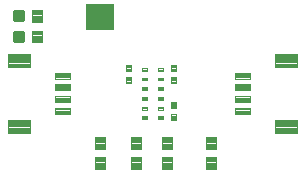
<source format=gtp>
G04 EAGLE Gerber RS-274X export*
G75*
%MOMM*%
%FSLAX34Y34*%
%LPD*%
%INSolderpaste Top*%
%IPPOS*%
%AMOC8*
5,1,8,0,0,1.08239X$1,22.5*%
G01*
%ADD10C,0.096000*%
%ADD11C,0.102000*%
%ADD12C,0.100000*%
%ADD13C,0.300000*%
%ADD14C,0.101500*%
%ADD15R,2.489200X2.235200*%


D10*
X249470Y104520D02*
X249470Y93480D01*
X230430Y93480D01*
X230430Y104520D01*
X249470Y104520D01*
X249470Y94392D02*
X230430Y94392D01*
X230430Y95304D02*
X249470Y95304D01*
X249470Y96216D02*
X230430Y96216D01*
X230430Y97128D02*
X249470Y97128D01*
X249470Y98040D02*
X230430Y98040D01*
X230430Y98952D02*
X249470Y98952D01*
X249470Y99864D02*
X230430Y99864D01*
X230430Y100776D02*
X249470Y100776D01*
X249470Y101688D02*
X230430Y101688D01*
X230430Y102600D02*
X249470Y102600D01*
X249470Y103512D02*
X230430Y103512D01*
X230430Y104424D02*
X249470Y104424D01*
X249470Y149480D02*
X249470Y160520D01*
X249470Y149480D02*
X230430Y149480D01*
X230430Y160520D01*
X249470Y160520D01*
X249470Y150392D02*
X230430Y150392D01*
X230430Y151304D02*
X249470Y151304D01*
X249470Y152216D02*
X230430Y152216D01*
X230430Y153128D02*
X249470Y153128D01*
X249470Y154040D02*
X230430Y154040D01*
X230430Y154952D02*
X249470Y154952D01*
X249470Y155864D02*
X230430Y155864D01*
X230430Y156776D02*
X249470Y156776D01*
X249470Y157688D02*
X230430Y157688D01*
X230430Y158600D02*
X249470Y158600D01*
X249470Y159512D02*
X230430Y159512D01*
X230430Y160424D02*
X249470Y160424D01*
D11*
X209440Y114490D02*
X209440Y109510D01*
X196960Y109510D01*
X196960Y114490D01*
X209440Y114490D01*
X209440Y110479D02*
X196960Y110479D01*
X196960Y111448D02*
X209440Y111448D01*
X209440Y112417D02*
X196960Y112417D01*
X196960Y113386D02*
X209440Y113386D01*
X209440Y114355D02*
X196960Y114355D01*
X209440Y119510D02*
X209440Y124490D01*
X209440Y119510D02*
X196960Y119510D01*
X196960Y124490D01*
X209440Y124490D01*
X209440Y120479D02*
X196960Y120479D01*
X196960Y121448D02*
X209440Y121448D01*
X209440Y122417D02*
X196960Y122417D01*
X196960Y123386D02*
X209440Y123386D01*
X209440Y124355D02*
X196960Y124355D01*
X209440Y129510D02*
X209440Y134490D01*
X209440Y129510D02*
X196960Y129510D01*
X196960Y134490D01*
X209440Y134490D01*
X209440Y130479D02*
X196960Y130479D01*
X196960Y131448D02*
X209440Y131448D01*
X209440Y132417D02*
X196960Y132417D01*
X196960Y133386D02*
X209440Y133386D01*
X209440Y134355D02*
X196960Y134355D01*
X209440Y139510D02*
X209440Y144490D01*
X209440Y139510D02*
X196960Y139510D01*
X196960Y144490D01*
X209440Y144490D01*
X209440Y140479D02*
X196960Y140479D01*
X196960Y141448D02*
X209440Y141448D01*
X209440Y142417D02*
X196960Y142417D01*
X196960Y143386D02*
X209440Y143386D01*
X209440Y144355D02*
X196960Y144355D01*
D10*
X4530Y149480D02*
X4530Y160520D01*
X23570Y160520D01*
X23570Y149480D01*
X4530Y149480D01*
X4530Y150392D02*
X23570Y150392D01*
X23570Y151304D02*
X4530Y151304D01*
X4530Y152216D02*
X23570Y152216D01*
X23570Y153128D02*
X4530Y153128D01*
X4530Y154040D02*
X23570Y154040D01*
X23570Y154952D02*
X4530Y154952D01*
X4530Y155864D02*
X23570Y155864D01*
X23570Y156776D02*
X4530Y156776D01*
X4530Y157688D02*
X23570Y157688D01*
X23570Y158600D02*
X4530Y158600D01*
X4530Y159512D02*
X23570Y159512D01*
X23570Y160424D02*
X4530Y160424D01*
X4530Y104520D02*
X4530Y93480D01*
X4530Y104520D02*
X23570Y104520D01*
X23570Y93480D01*
X4530Y93480D01*
X4530Y94392D02*
X23570Y94392D01*
X23570Y95304D02*
X4530Y95304D01*
X4530Y96216D02*
X23570Y96216D01*
X23570Y97128D02*
X4530Y97128D01*
X4530Y98040D02*
X23570Y98040D01*
X23570Y98952D02*
X4530Y98952D01*
X4530Y99864D02*
X23570Y99864D01*
X23570Y100776D02*
X4530Y100776D01*
X4530Y101688D02*
X23570Y101688D01*
X23570Y102600D02*
X4530Y102600D01*
X4530Y103512D02*
X23570Y103512D01*
X23570Y104424D02*
X4530Y104424D01*
D11*
X44560Y139510D02*
X44560Y144490D01*
X57040Y144490D01*
X57040Y139510D01*
X44560Y139510D01*
X44560Y140479D02*
X57040Y140479D01*
X57040Y141448D02*
X44560Y141448D01*
X44560Y142417D02*
X57040Y142417D01*
X57040Y143386D02*
X44560Y143386D01*
X44560Y144355D02*
X57040Y144355D01*
X44560Y134490D02*
X44560Y129510D01*
X44560Y134490D02*
X57040Y134490D01*
X57040Y129510D01*
X44560Y129510D01*
X44560Y130479D02*
X57040Y130479D01*
X57040Y131448D02*
X44560Y131448D01*
X44560Y132417D02*
X57040Y132417D01*
X57040Y133386D02*
X44560Y133386D01*
X44560Y134355D02*
X57040Y134355D01*
X44560Y124490D02*
X44560Y119510D01*
X44560Y124490D02*
X57040Y124490D01*
X57040Y119510D01*
X44560Y119510D01*
X44560Y120479D02*
X57040Y120479D01*
X57040Y121448D02*
X44560Y121448D01*
X44560Y122417D02*
X57040Y122417D01*
X57040Y123386D02*
X44560Y123386D01*
X44560Y124355D02*
X57040Y124355D01*
X44560Y114490D02*
X44560Y109510D01*
X44560Y114490D02*
X57040Y114490D01*
X57040Y109510D01*
X44560Y109510D01*
X44560Y110479D02*
X57040Y110479D01*
X57040Y111448D02*
X44560Y111448D01*
X44560Y112417D02*
X57040Y112417D01*
X57040Y113386D02*
X44560Y113386D01*
X44560Y114355D02*
X57040Y114355D01*
D12*
X117530Y72700D02*
X117530Y62700D01*
X108530Y62700D01*
X108530Y72700D01*
X117530Y72700D01*
X117530Y63650D02*
X108530Y63650D01*
X108530Y64600D02*
X117530Y64600D01*
X117530Y65550D02*
X108530Y65550D01*
X108530Y66500D02*
X117530Y66500D01*
X117530Y67450D02*
X108530Y67450D01*
X108530Y68400D02*
X117530Y68400D01*
X117530Y69350D02*
X108530Y69350D01*
X108530Y70300D02*
X117530Y70300D01*
X117530Y71250D02*
X108530Y71250D01*
X108530Y72200D02*
X117530Y72200D01*
X117530Y79700D02*
X117530Y89700D01*
X117530Y79700D02*
X108530Y79700D01*
X108530Y89700D01*
X117530Y89700D01*
X117530Y80650D02*
X108530Y80650D01*
X108530Y81600D02*
X117530Y81600D01*
X117530Y82550D02*
X108530Y82550D01*
X108530Y83500D02*
X117530Y83500D01*
X117530Y84450D02*
X108530Y84450D01*
X108530Y85400D02*
X117530Y85400D01*
X117530Y86350D02*
X108530Y86350D01*
X108530Y87300D02*
X117530Y87300D01*
X117530Y88250D02*
X108530Y88250D01*
X108530Y89200D02*
X117530Y89200D01*
X143692Y72700D02*
X143692Y62700D01*
X134692Y62700D01*
X134692Y72700D01*
X143692Y72700D01*
X143692Y63650D02*
X134692Y63650D01*
X134692Y64600D02*
X143692Y64600D01*
X143692Y65550D02*
X134692Y65550D01*
X134692Y66500D02*
X143692Y66500D01*
X143692Y67450D02*
X134692Y67450D01*
X134692Y68400D02*
X143692Y68400D01*
X143692Y69350D02*
X134692Y69350D01*
X134692Y70300D02*
X143692Y70300D01*
X143692Y71250D02*
X134692Y71250D01*
X134692Y72200D02*
X143692Y72200D01*
X143692Y79700D02*
X143692Y89700D01*
X143692Y79700D02*
X134692Y79700D01*
X134692Y89700D01*
X143692Y89700D01*
X143692Y80650D02*
X134692Y80650D01*
X134692Y81600D02*
X143692Y81600D01*
X143692Y82550D02*
X134692Y82550D01*
X134692Y83500D02*
X143692Y83500D01*
X143692Y84450D02*
X134692Y84450D01*
X134692Y85400D02*
X143692Y85400D01*
X143692Y86350D02*
X134692Y86350D01*
X134692Y87300D02*
X143692Y87300D01*
X143692Y88250D02*
X134692Y88250D01*
X134692Y89200D02*
X143692Y89200D01*
X24710Y187142D02*
X24710Y197142D01*
X33710Y197142D01*
X33710Y187142D01*
X24710Y187142D01*
X24710Y188092D02*
X33710Y188092D01*
X33710Y189042D02*
X24710Y189042D01*
X24710Y189992D02*
X33710Y189992D01*
X33710Y190942D02*
X24710Y190942D01*
X24710Y191892D02*
X33710Y191892D01*
X33710Y192842D02*
X24710Y192842D01*
X24710Y193792D02*
X33710Y193792D01*
X33710Y194742D02*
X24710Y194742D01*
X24710Y195692D02*
X33710Y195692D01*
X33710Y196642D02*
X24710Y196642D01*
X24710Y180142D02*
X24710Y170142D01*
X24710Y180142D02*
X33710Y180142D01*
X33710Y170142D01*
X24710Y170142D01*
X24710Y171092D02*
X33710Y171092D01*
X33710Y172042D02*
X24710Y172042D01*
X24710Y172992D02*
X33710Y172992D01*
X33710Y173942D02*
X24710Y173942D01*
X24710Y174892D02*
X33710Y174892D01*
X33710Y175842D02*
X24710Y175842D01*
X24710Y176792D02*
X33710Y176792D01*
X33710Y177742D02*
X24710Y177742D01*
X24710Y178692D02*
X33710Y178692D01*
X33710Y179642D02*
X24710Y179642D01*
D13*
X17724Y178372D02*
X10724Y178372D01*
X17724Y178372D02*
X17724Y171372D01*
X10724Y171372D01*
X10724Y178372D01*
X10724Y174222D02*
X17724Y174222D01*
X17724Y177072D02*
X10724Y177072D01*
X10724Y195912D02*
X17724Y195912D01*
X17724Y188912D01*
X10724Y188912D01*
X10724Y195912D01*
X10724Y191762D02*
X17724Y191762D01*
X17724Y194612D02*
X10724Y194612D01*
D14*
X118149Y146077D02*
X122135Y146077D01*
X118149Y146077D02*
X118149Y148563D01*
X122135Y148563D01*
X122135Y146077D01*
X122135Y147041D02*
X118149Y147041D01*
X118149Y148005D02*
X122135Y148005D01*
X122135Y137877D02*
X118149Y137877D01*
X118149Y140363D01*
X122135Y140363D01*
X122135Y137877D01*
X122135Y138841D02*
X118149Y138841D01*
X118149Y139805D02*
X122135Y139805D01*
X122135Y129677D02*
X118149Y129677D01*
X118149Y132163D01*
X122135Y132163D01*
X122135Y129677D01*
X122135Y130641D02*
X118149Y130641D01*
X118149Y131605D02*
X122135Y131605D01*
X122135Y121477D02*
X118149Y121477D01*
X118149Y123963D01*
X122135Y123963D01*
X122135Y121477D01*
X122135Y122441D02*
X118149Y122441D01*
X118149Y123405D02*
X122135Y123405D01*
X122135Y113277D02*
X118149Y113277D01*
X118149Y115763D01*
X122135Y115763D01*
X122135Y113277D01*
X122135Y114241D02*
X118149Y114241D01*
X118149Y115205D02*
X122135Y115205D01*
X122135Y105077D02*
X118149Y105077D01*
X118149Y107563D01*
X122135Y107563D01*
X122135Y105077D01*
X122135Y106041D02*
X118149Y106041D01*
X118149Y107005D02*
X122135Y107005D01*
X131649Y105077D02*
X135635Y105077D01*
X131649Y105077D02*
X131649Y107563D01*
X135635Y107563D01*
X135635Y105077D01*
X135635Y106041D02*
X131649Y106041D01*
X131649Y107005D02*
X135635Y107005D01*
X135635Y113277D02*
X131649Y113277D01*
X131649Y115763D01*
X135635Y115763D01*
X135635Y113277D01*
X135635Y114241D02*
X131649Y114241D01*
X131649Y115205D02*
X135635Y115205D01*
X135635Y121477D02*
X131649Y121477D01*
X131649Y123963D01*
X135635Y123963D01*
X135635Y121477D01*
X135635Y122441D02*
X131649Y122441D01*
X131649Y123405D02*
X135635Y123405D01*
X135635Y129677D02*
X131649Y129677D01*
X131649Y132163D01*
X135635Y132163D01*
X135635Y129677D01*
X135635Y130641D02*
X131649Y130641D01*
X131649Y131605D02*
X135635Y131605D01*
X135635Y137877D02*
X131649Y137877D01*
X131649Y140363D01*
X135635Y140363D01*
X135635Y137877D01*
X135635Y138841D02*
X131649Y138841D01*
X131649Y139805D02*
X135635Y139805D01*
X135635Y146077D02*
X131649Y146077D01*
X131649Y148563D01*
X135635Y148563D01*
X135635Y146077D01*
X135635Y147041D02*
X131649Y147041D01*
X131649Y148005D02*
X135635Y148005D01*
D11*
X142290Y146020D02*
X142290Y151000D01*
X147270Y151000D01*
X147270Y146020D01*
X142290Y146020D01*
X142290Y146989D02*
X147270Y146989D01*
X147270Y147958D02*
X142290Y147958D01*
X142290Y148927D02*
X147270Y148927D01*
X147270Y149896D02*
X142290Y149896D01*
X142290Y150865D02*
X147270Y150865D01*
X142290Y141000D02*
X142290Y136020D01*
X142290Y141000D02*
X147270Y141000D01*
X147270Y136020D01*
X142290Y136020D01*
X142290Y136989D02*
X147270Y136989D01*
X147270Y137958D02*
X142290Y137958D01*
X142290Y138927D02*
X147270Y138927D01*
X147270Y139896D02*
X142290Y139896D01*
X142290Y140865D02*
X147270Y140865D01*
X104190Y146020D02*
X104190Y151000D01*
X109170Y151000D01*
X109170Y146020D01*
X104190Y146020D01*
X104190Y146989D02*
X109170Y146989D01*
X109170Y147958D02*
X104190Y147958D01*
X104190Y148927D02*
X109170Y148927D01*
X109170Y149896D02*
X104190Y149896D01*
X104190Y150865D02*
X109170Y150865D01*
X104190Y141000D02*
X104190Y136020D01*
X104190Y141000D02*
X109170Y141000D01*
X109170Y136020D01*
X104190Y136020D01*
X104190Y136989D02*
X109170Y136989D01*
X109170Y137958D02*
X104190Y137958D01*
X104190Y138927D02*
X109170Y138927D01*
X109170Y139896D02*
X104190Y139896D01*
X104190Y140865D02*
X109170Y140865D01*
X147270Y109250D02*
X147270Y104270D01*
X142290Y104270D01*
X142290Y109250D01*
X147270Y109250D01*
X147270Y105239D02*
X142290Y105239D01*
X142290Y106208D02*
X147270Y106208D01*
X147270Y107177D02*
X142290Y107177D01*
X142290Y108146D02*
X147270Y108146D01*
X147270Y109115D02*
X142290Y109115D01*
X147270Y114270D02*
X147270Y119250D01*
X147270Y114270D02*
X142290Y114270D01*
X142290Y119250D01*
X147270Y119250D01*
X147270Y115239D02*
X142290Y115239D01*
X142290Y116208D02*
X147270Y116208D01*
X147270Y117177D02*
X142290Y117177D01*
X142290Y118146D02*
X147270Y118146D01*
X147270Y119115D02*
X142290Y119115D01*
D12*
X78050Y89700D02*
X78050Y79700D01*
X78050Y89700D02*
X87050Y89700D01*
X87050Y79700D01*
X78050Y79700D01*
X78050Y80650D02*
X87050Y80650D01*
X87050Y81600D02*
X78050Y81600D01*
X78050Y82550D02*
X87050Y82550D01*
X87050Y83500D02*
X78050Y83500D01*
X78050Y84450D02*
X87050Y84450D01*
X87050Y85400D02*
X78050Y85400D01*
X78050Y86350D02*
X87050Y86350D01*
X87050Y87300D02*
X78050Y87300D01*
X78050Y88250D02*
X87050Y88250D01*
X87050Y89200D02*
X78050Y89200D01*
X78050Y72700D02*
X78050Y62700D01*
X78050Y72700D02*
X87050Y72700D01*
X87050Y62700D01*
X78050Y62700D01*
X78050Y63650D02*
X87050Y63650D01*
X87050Y64600D02*
X78050Y64600D01*
X78050Y65550D02*
X87050Y65550D01*
X87050Y66500D02*
X78050Y66500D01*
X78050Y67450D02*
X87050Y67450D01*
X87050Y68400D02*
X78050Y68400D01*
X78050Y69350D02*
X87050Y69350D01*
X87050Y70300D02*
X78050Y70300D01*
X78050Y71250D02*
X87050Y71250D01*
X87050Y72200D02*
X78050Y72200D01*
X172030Y79700D02*
X172030Y89700D01*
X181030Y89700D01*
X181030Y79700D01*
X172030Y79700D01*
X172030Y80650D02*
X181030Y80650D01*
X181030Y81600D02*
X172030Y81600D01*
X172030Y82550D02*
X181030Y82550D01*
X181030Y83500D02*
X172030Y83500D01*
X172030Y84450D02*
X181030Y84450D01*
X181030Y85400D02*
X172030Y85400D01*
X172030Y86350D02*
X181030Y86350D01*
X181030Y87300D02*
X172030Y87300D01*
X172030Y88250D02*
X181030Y88250D01*
X181030Y89200D02*
X172030Y89200D01*
X172030Y72700D02*
X172030Y62700D01*
X172030Y72700D02*
X181030Y72700D01*
X181030Y62700D01*
X172030Y62700D01*
X172030Y63650D02*
X181030Y63650D01*
X181030Y64600D02*
X172030Y64600D01*
X172030Y65550D02*
X181030Y65550D01*
X181030Y66500D02*
X172030Y66500D01*
X172030Y67450D02*
X181030Y67450D01*
X181030Y68400D02*
X172030Y68400D01*
X172030Y69350D02*
X181030Y69350D01*
X181030Y70300D02*
X172030Y70300D01*
X172030Y71250D02*
X181030Y71250D01*
X181030Y72200D02*
X172030Y72200D01*
D15*
X82550Y191770D03*
M02*

</source>
